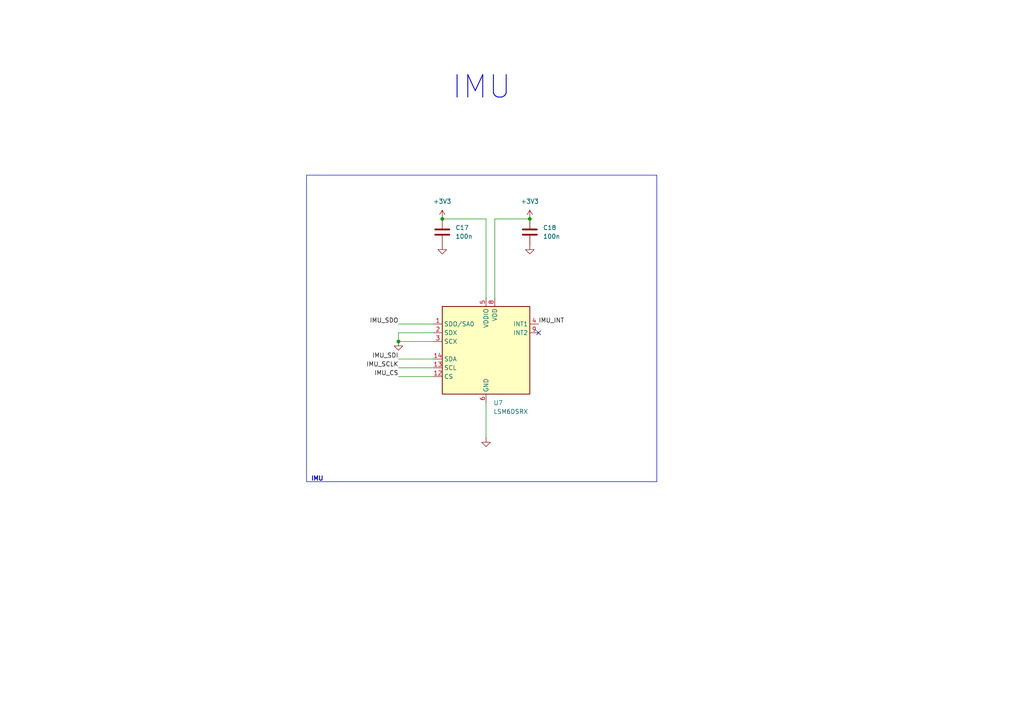
<source format=kicad_sch>
(kicad_sch (version 20250114) (generator "eeschema") (generator_version "9.0")
  (paper "A4")
  (title_block (title "${BOARD_NAME}") (date "${RELEASE_DATE}") (rev "${REVISION}") (company "${COMPANY}") (comment 1 "${VARIANT}"))
  (lib_symbols
    (symbol "Device:C" (pin_numbers (hide yes)) (pin_names (offset 0.254))
      (property "Reference" "C" (at 0.635 2.54 0))
      (property "Value" "C" (at 0.635 -2.54 0))
      (symbol "C_0_1"
        (polyline (pts (xy -2.032 0.762) (xy 2.032 0.762)) (stroke (width 0.508)))
        (polyline (pts (xy -2.032 -0.762) (xy 2.032 -0.762)) (stroke (width 0.508)))
      )
      (symbol "C_1_1"
        (pin passive line (at 0 3.81 270) (length 2.794) (name "~") (number "1"))
        (pin passive line (at 0 -3.81 90) (length 2.794) (name "~") (number "2"))
      )
    )
    (symbol "LaikaSensors:LSM6DSRX"
      (property "Reference" "U" (at -11.43 15.24 0))
      (property "Value" "LSM6DSRX" (at -11.43 12.7 0))
      (symbol "LSM6DSRX_0_1"
        (rectangle (start -12.7 12.7) (end 12.7 -12.7) (stroke (width 0.254)) (fill (type background)))
      )
      (symbol "LSM6DSRX_1_1"
        (pin bidirectional line (at -15.24 7.62 0) (length 2.54) (name "SDO/SA0") (number "1"))
        (pin bidirectional line (at -15.24 5.08 0) (length 2.54) (name "SDX") (number "2"))
        (pin input line (at -15.24 2.54 0) (length 2.54) (name "SCX") (number "3"))
        (pin bidirectional line (at -15.24 -2.54 0) (length 2.54) (name "SDA") (number "14"))
        (pin input line (at -15.24 -5.08 0) (length 2.54) (name "SCL") (number "13"))
        (pin input line (at -15.24 -7.62 0) (length 2.54) (name "CS") (number "12"))
        (pin power_in line (at 0 15.24 270) (length 2.54) (name "VDDIO") (number "5"))
        (pin power_in line (at 0 -15.24 90) (length 2.54) (name "GND") (number "6"))
        (pin passive line (at 0 -15.24 90) (length 2.54) (hide yes) (name "GND") (number "7"))
        (pin power_in line (at 2.54 15.24 270) (length 2.54) (name "VDD") (number "8"))
        (pin no_connect line (at 12.7 -2.54 180) (length 3.81) (hide yes) (name "NC") (number "11"))
        (pin no_connect line (at 12.7 -5.08 180) (length 3.81) (hide yes) (name "NC") (number "10"))
        (pin output line (at 15.24 7.62 180) (length 2.54) (name "INT1") (number "4"))
        (pin output line (at 15.24 5.08 180) (length 2.54) (name "INT2") (number "9"))
      )
    )
    (symbol "power:+3V3" (power) (pin_numbers (hide yes)) (pin_names (offset 0) (hide yes))
      (property "Value" "+3V3" (at 0 3.556 0))
      (symbol "+3V3_0_1"
        (polyline (pts (xy -0.762 1.27) (xy 0 2.54)))
        (polyline (pts (xy 0 2.54) (xy 0.762 1.27)))
        (polyline (pts (xy 0 0) (xy 0 2.54)))
      )
      (symbol "+3V3_1_1"
        (pin power_in line (at 0 0 90) (length 0) (name "~") (number "1"))
      )
    )
    (symbol "power:GND" (power) (pin_numbers (hide yes)) (pin_names (offset 0) (hide yes))
      (property "Value" "GND" (at 0 -3.81 0))
      (symbol "GND_0_1"
        (polyline (pts (xy 0 0) (xy 0 -1.27) (xy 1.27 -1.27) (xy 0 -2.54) (xy -1.27 -1.27) (xy 0 -1.27)))
      )
      (symbol "GND_1_1"
        (pin power_in line (at 0 0 270) (length 0) (name "~") (number "1"))
      )
    )
  )
  (rectangle (start 88.9 50.8) (end 190.5 139.7))
  (text "IMU" (at 90.17 139.7 0) (effects (font (size 1.27 1.27) (thickness 0.254) (bold yes)) (justify left bottom)))
  (text "IMU" (at 139.7 25.4 0) (effects (font (size 6.5024 6.5024) (thickness 0.254) (bold yes))))
  (junction (at 153.67 63.5))
  (junction (at 128.27 63.5))
  (junction (at 115.57 99.06))
  (no_connect (at 156.21 96.52))
  (wire (pts (xy 143.51 86.36) (xy 143.51 63.5)))
  (wire (pts (xy 140.97 86.36) (xy 140.97 63.5)))
  (wire (pts (xy 115.57 99.06) (xy 125.73 99.06)))
  (wire (pts (xy 115.57 106.68) (xy 125.73 106.68)))
  (wire (pts (xy 115.57 93.98) (xy 125.73 93.98)))
  (wire (pts (xy 140.97 127) (xy 140.97 116.84)))
  (wire (pts (xy 115.57 109.22) (xy 125.73 109.22)))
  (wire (pts (xy 140.97 63.5) (xy 128.27 63.5)))
  (wire (pts (xy 143.51 63.5) (xy 153.67 63.5)))
  (wire (pts (xy 115.57 104.14) (xy 125.73 104.14)))
  (wire (pts (xy 115.57 96.52) (xy 115.57 99.06)))
  (wire (pts (xy 125.73 96.52) (xy 115.57 96.52)))
  (label "IMU_SCLK" (at 115.57 106.68 180))
  (label "IMU_SDO" (at 115.57 93.98 180))
  (label "IMU_SDI" (at 115.57 104.14 180))
  (label "IMU_INT" (at 156.21 93.98 0))
  (label "IMU_CS" (at 115.57 109.22 180))
  (symbol (lib_id "LaikaSensors:LSM6DSRX") (at 140.97 101.6 0) (unit 1)
    (property "Reference" "U7" (at 143.1133 116.84 0) (effects (justify left)))
    (property "Value" "LSM6DSRX" (at 143.1133 119.38 0) (effects (justify left)))
    (property "Footprint" "Package_LGA:LGA-14_3x2.5mm_P0.5mm_LayoutBorder3x4y" (effects (hide yes)))
    (property "Datasheet" "https://www.st.com/resource/en/datasheet/lsm6dsrx.pdf" (effects (hide yes)))
    (property "Description" "iNEMO inertial module with embedded Machine Learning Core: always-on 3D accelerometer and 3D gyroscope" (effects (hide yes)))
  )
  (symbol (lib_id "power:GND") (at 140.97 127 0) (unit 1)
    (property "Reference" "#PWR085" (effects (hide yes)))
    (property "Value" "GND" (effects (hide yes)))
    (property "Description" "Power symbol creates a global label with name \"GND\" , ground" (effects (hide yes)))
  )
  (symbol (lib_id "power:+3V3") (at 153.67 63.5 0) (unit 1)
    (property "Reference" "#PWR090" (effects (hide yes)))
    (property "Value" "+3V3" (at 153.67 58.42 0))
    (property "Description" "Power symbol creates a global label with name \"+3V3\"" (effects (hide yes)))
  )
  (symbol (lib_id "power:GND") (at 128.27 71.12 0) (unit 1)
    (property "Reference" "#PWR087" (effects (hide yes)))
    (property "Value" "GND" (effects (hide yes)))
    (property "Description" "Power symbol creates a global label with name \"GND\" , ground" (effects (hide yes)))
  )
  (symbol (lib_id "power:+3V3") (at 128.27 63.5 0) (unit 1)
    (property "Reference" "#PWR089" (effects (hide yes)))
    (property "Value" "+3V3" (at 128.27 58.42 0))
    (property "Description" "Power symbol creates a global label with name \"+3V3\"" (effects (hide yes)))
  )
  (symbol (lib_id "Device:C") (at 128.27 67.31 0) (unit 1)
    (property "Reference" "C17" (at 132.08 66.0399 0) (effects (justify left)))
    (property "Value" "100n" (at 132.08 68.5799 0) (effects (justify left)))
    (property "Description" "Unpolarized capacitor" (effects (hide yes)))
  )
  (symbol (lib_id "Device:C") (at 153.67 67.31 0) (unit 1)
    (property "Reference" "C18" (at 157.48 66.0399 0) (effects (justify left)))
    (property "Value" "100n" (at 157.48 68.5799 0) (effects (justify left)))
    (property "Description" "Unpolarized capacitor" (effects (hide yes)))
  )
  (symbol (lib_id "power:GND") (at 115.57 99.06 0) (unit 1)
    (property "Reference" "#PWR091" (effects (hide yes)))
    (property "Value" "GND" (effects (hide yes)))
    (property "Description" "Power symbol creates a global label with name \"GND\" , ground" (effects (hide yes)))
  )
  (symbol (lib_id "power:GND") (at 153.67 71.12 0) (unit 1)
    (property "Reference" "#PWR088" (effects (hide yes)))
    (property "Value" "GND" (effects (hide yes)))
    (property "Description" "Power symbol creates a global label with name \"GND\" , ground" (effects (hide yes)))
  )
)
</source>
